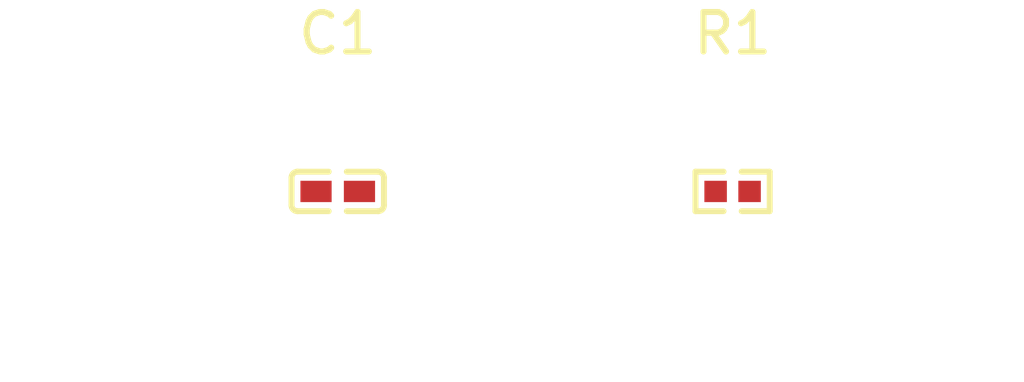
<source format=kicad_pcb>
(kicad_pcb (version 20240108) (generator "atopile") (generator_version "0.3.15-dev0")
  (layers (0 "F.Cu" signal) (31 "B.Cu" signal) (34 "B.Paste" user) (35 "F.Paste" user) (36 "B.SilkS" user "B.Silkscreen") (37 "F.SilkS" user "F.Silkscreen") (38 "B.Mask" user) (39 "F.Mask" user) (44 "Edge.Cuts" user))
  (net 0 "")
  (net 1 "net-1")
  (net 2 "net")
  (footprint "atopile:C0402-b3ef17" (layer "F.Cu") (at 10 -5 0)
    (property "Reference" "C1" (at 0 -4 0) (layer "F.SilkS") (hide no))
    (property "Value" "100nF ±10% 16V X7R")
    (fp_line (start 1.02 -0.5) (end 0.23 -0.5) (stroke (width 0.15)) (layer "F.SilkS"))
    (fp_line (start 0.23 0.5) (end 1.02 0.5) (stroke (width 0.15)) (layer "F.SilkS"))
    (fp_line (start 1.17 0.35) (end 1.17 -0.35) (stroke (width 0.15)) (layer "F.SilkS"))
    (fp_line (start -1.02 -0.5) (end -0.23 -0.5) (stroke (width 0.15)) (layer "F.SilkS"))
    (fp_line (start -0.23 0.5) (end -1.02 0.5) (stroke (width 0.15)) (layer "F.SilkS"))
    (fp_line (start -1.17 0.35) (end -1.17 -0.35) (stroke (width 0.15)) (layer "F.SilkS"))
    (fp_arc (start 1.17 0.35) (mid 1.1260660171779822 0.456066017177982) (end 1.02 0.4999999999999999) (stroke (width 0.15)) (layer "F.SilkS"))
    (fp_arc (start 1.02 -0.5) (mid 1.1260660171779822 -0.4560660171779821) (end 1.17 -0.35) (stroke (width 0.15)) (layer "F.SilkS"))
    (fp_arc (start -1.17 0.35) (mid -1.1260660171779822 0.456066017177982) (end -1.02 0.4999999999999999) (stroke (width 0.15)) (layer "F.SilkS"))
    (fp_arc (start -1.02 -0.5) (mid -1.1260660171779822 -0.4560660171779821) (end -1.17 -0.35) (stroke (width 0.15)) (layer "F.SilkS"))
    (fp_text user "${REFERENCE}" (at 0 -4 0) (layer "F.SilkS"))
    (pad "2" smd rect (at 0.55 0 0) (size 0.79 0.54) (layers "F.Cu" "F.Paste" "F.Mask") (net 1 "net-1"))
    (pad "1" smd rect (at -0.55 0 0) (size 0.79 0.54) (layers "F.Cu" "F.Paste" "F.Mask") (net 2 "net"))
  )
  (footprint "atopile:R0402-56259e" (layer "F.Cu") (at 20 -5 0)
    (property "Reference" "R1" (at 0 -4 0) (layer "F.SilkS") (hide no))
    (property "Value" "10kΩ ±1% 62.5mW")
    (fp_line (start -0.23 0.5) (end -0.94 0.5) (stroke (width 0.15)) (layer "F.SilkS"))
    (fp_line (start -0.94 0.5) (end -0.94 -0.5) (stroke (width 0.15)) (layer "F.SilkS"))
    (fp_line (start -0.94 -0.5) (end -0.23 -0.5) (stroke (width 0.15)) (layer "F.SilkS"))
    (fp_line (start 0.23 0.5) (end 0.94 0.5) (stroke (width 0.15)) (layer "F.SilkS"))
    (fp_line (start 0.94 0.5) (end 0.94 -0.5) (stroke (width 0.15)) (layer "F.SilkS"))
    (fp_line (start 0.94 -0.5) (end 0.23 -0.5) (stroke (width 0.15)) (layer "F.SilkS"))
    (fp_text user "${REFERENCE}" (at 0 -4 0) (layer "F.SilkS"))
    (pad "2" smd rect (at 0.43 0 0) (size 0.57 0.54) (layers "F.Cu" "F.Paste" "F.Mask") (net 1 "net-1"))
    (pad "1" smd rect (at -0.43 0 0) (size 0.57 0.54) (layers "F.Cu" "F.Paste" "F.Mask") (net 2 "net"))
  )
)
</source>
